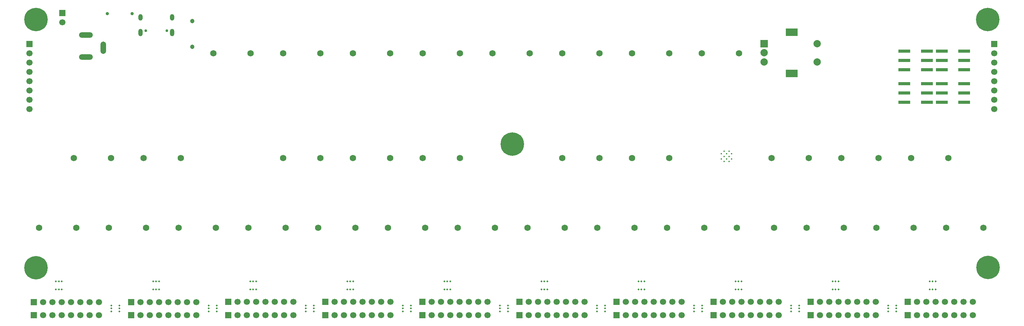
<source format=gbr>
%TF.GenerationSoftware,KiCad,Pcbnew,9.0.2*%
%TF.CreationDate,2025-12-20T16:45:11-05:00*%
%TF.ProjectId,Fracture,46726163-7475-4726-952e-6b696361645f,rev?*%
%TF.SameCoordinates,Original*%
%TF.FileFunction,Soldermask,Top*%
%TF.FilePolarity,Negative*%
%FSLAX46Y46*%
G04 Gerber Fmt 4.6, Leading zero omitted, Abs format (unit mm)*
G04 Created by KiCad (PCBNEW 9.0.2) date 2025-12-20 16:45:11*
%MOMM*%
%LPD*%
G01*
G04 APERTURE LIST*
%ADD10C,0.400000*%
%ADD11R,1.700000X1.700000*%
%ADD12C,1.700000*%
%ADD13C,0.500000*%
%ADD14R,2.000000X2.000000*%
%ADD15C,2.000000*%
%ADD16R,3.200000X2.000000*%
%ADD17C,1.200000*%
%ADD18C,0.800000*%
%ADD19C,6.400000*%
%ADD20O,3.800000X1.500000*%
%ADD21O,1.500000X3.400000*%
%ADD22C,0.750000*%
%ADD23O,1.200000X2.000000*%
%ADD24O,1.200000X1.800000*%
%ADD25C,1.750000*%
%ADD26C,0.900000*%
%ADD27R,3.300000X0.850000*%
G04 APERTURE END LIST*
D10*
%TO.C,U5*%
X208700000Y-65492500D03*
X208700000Y-66892500D03*
X208000000Y-64792500D03*
X208000000Y-66192500D03*
X208000000Y-67592500D03*
X207300000Y-65492500D03*
X207300000Y-66892500D03*
X206600000Y-64792500D03*
X206600000Y-66192500D03*
X206600000Y-67592500D03*
X205900000Y-65492500D03*
X205900000Y-66892500D03*
%TD*%
D11*
%TO.C,J5*%
X256725000Y-109540000D03*
D12*
X259265000Y-109540000D03*
X261805000Y-109540000D03*
X264345000Y-109540000D03*
X266885000Y-109540000D03*
X269425000Y-109540000D03*
X271965000Y-109540000D03*
X274505000Y-109540000D03*
%TD*%
D11*
%TO.C,J6*%
X256720000Y-105965000D03*
D12*
X259260000Y-105965000D03*
X261800000Y-105965000D03*
X264340000Y-105965000D03*
X266880000Y-105965000D03*
X269420000Y-105965000D03*
X271960000Y-105965000D03*
X274500000Y-105965000D03*
%TD*%
D13*
%TO.C,mouse-bite-2.54mm-slot*%
X262745000Y-100350000D03*
X262745000Y-102550000D03*
X263545000Y-100350000D03*
X263545000Y-102550000D03*
X264345000Y-100350000D03*
X264345000Y-102550000D03*
%TD*%
D11*
%TO.C,J5*%
X230225000Y-109540000D03*
D12*
X232765000Y-109540000D03*
X235305000Y-109540000D03*
X237845000Y-109540000D03*
X240385000Y-109540000D03*
X242925000Y-109540000D03*
X245465000Y-109540000D03*
X248005000Y-109540000D03*
%TD*%
D11*
%TO.C,J6*%
X230220000Y-105965000D03*
D12*
X232760000Y-105965000D03*
X235300000Y-105965000D03*
X237840000Y-105965000D03*
X240380000Y-105965000D03*
X242920000Y-105965000D03*
X245460000Y-105965000D03*
X248000000Y-105965000D03*
%TD*%
D13*
%TO.C,mouse-bite-2.54mm-slot*%
X236245000Y-100350000D03*
X236245000Y-102550000D03*
X237045000Y-100350000D03*
X237045000Y-102550000D03*
X237845000Y-100350000D03*
X237845000Y-102550000D03*
%TD*%
%TO.C,mouse-bite-2.54mm-slot*%
X251395000Y-108520000D03*
X253595000Y-108520000D03*
X251395000Y-107720000D03*
X253595000Y-107720000D03*
X251395000Y-106920000D03*
X253595000Y-106920000D03*
%TD*%
D11*
%TO.C,J5*%
X203725000Y-109540000D03*
D12*
X206265000Y-109540000D03*
X208805000Y-109540000D03*
X211345000Y-109540000D03*
X213885000Y-109540000D03*
X216425000Y-109540000D03*
X218965000Y-109540000D03*
X221505000Y-109540000D03*
%TD*%
D11*
%TO.C,J6*%
X203720000Y-105965000D03*
D12*
X206260000Y-105965000D03*
X208800000Y-105965000D03*
X211340000Y-105965000D03*
X213880000Y-105965000D03*
X216420000Y-105965000D03*
X218960000Y-105965000D03*
X221500000Y-105965000D03*
%TD*%
D13*
%TO.C,mouse-bite-2.54mm-slot*%
X209745000Y-100350000D03*
X209745000Y-102550000D03*
X210545000Y-100350000D03*
X210545000Y-102550000D03*
X211345000Y-100350000D03*
X211345000Y-102550000D03*
%TD*%
%TO.C,mouse-bite-2.54mm-slot*%
X224895000Y-108520000D03*
X227095000Y-108520000D03*
X224895000Y-107720000D03*
X227095000Y-107720000D03*
X224895000Y-106920000D03*
X227095000Y-106920000D03*
%TD*%
D11*
%TO.C,J5*%
X177225000Y-109540000D03*
D12*
X179765000Y-109540000D03*
X182305000Y-109540000D03*
X184845000Y-109540000D03*
X187385000Y-109540000D03*
X189925000Y-109540000D03*
X192465000Y-109540000D03*
X195005000Y-109540000D03*
%TD*%
D11*
%TO.C,J6*%
X177220000Y-105965000D03*
D12*
X179760000Y-105965000D03*
X182300000Y-105965000D03*
X184840000Y-105965000D03*
X187380000Y-105965000D03*
X189920000Y-105965000D03*
X192460000Y-105965000D03*
X195000000Y-105965000D03*
%TD*%
D13*
%TO.C,mouse-bite-2.54mm-slot*%
X183245000Y-100350000D03*
X183245000Y-102550000D03*
X184045000Y-100350000D03*
X184045000Y-102550000D03*
X184845000Y-100350000D03*
X184845000Y-102550000D03*
%TD*%
%TO.C,mouse-bite-2.54mm-slot*%
X198395000Y-108520000D03*
X200595000Y-108520000D03*
X198395000Y-107720000D03*
X200595000Y-107720000D03*
X198395000Y-106920000D03*
X200595000Y-106920000D03*
%TD*%
D11*
%TO.C,J5*%
X150725000Y-109540000D03*
D12*
X153265000Y-109540000D03*
X155805000Y-109540000D03*
X158345000Y-109540000D03*
X160885000Y-109540000D03*
X163425000Y-109540000D03*
X165965000Y-109540000D03*
X168505000Y-109540000D03*
%TD*%
D11*
%TO.C,J6*%
X150720000Y-105965000D03*
D12*
X153260000Y-105965000D03*
X155800000Y-105965000D03*
X158340000Y-105965000D03*
X160880000Y-105965000D03*
X163420000Y-105965000D03*
X165960000Y-105965000D03*
X168500000Y-105965000D03*
%TD*%
D13*
%TO.C,mouse-bite-2.54mm-slot*%
X156745000Y-100350000D03*
X156745000Y-102550000D03*
X157545000Y-100350000D03*
X157545000Y-102550000D03*
X158345000Y-100350000D03*
X158345000Y-102550000D03*
%TD*%
%TO.C,mouse-bite-2.54mm-slot*%
X171895000Y-108520000D03*
X174095000Y-108520000D03*
X171895000Y-107720000D03*
X174095000Y-107720000D03*
X171895000Y-106920000D03*
X174095000Y-106920000D03*
%TD*%
D11*
%TO.C,J5*%
X124225000Y-109540000D03*
D12*
X126765000Y-109540000D03*
X129305000Y-109540000D03*
X131845000Y-109540000D03*
X134385000Y-109540000D03*
X136925000Y-109540000D03*
X139465000Y-109540000D03*
X142005000Y-109540000D03*
%TD*%
D11*
%TO.C,J6*%
X124220000Y-105965000D03*
D12*
X126760000Y-105965000D03*
X129300000Y-105965000D03*
X131840000Y-105965000D03*
X134380000Y-105965000D03*
X136920000Y-105965000D03*
X139460000Y-105965000D03*
X142000000Y-105965000D03*
%TD*%
D13*
%TO.C,mouse-bite-2.54mm-slot*%
X130245000Y-100350000D03*
X130245000Y-102550000D03*
X131045000Y-100350000D03*
X131045000Y-102550000D03*
X131845000Y-100350000D03*
X131845000Y-102550000D03*
%TD*%
%TO.C,mouse-bite-2.54mm-slot*%
X145395000Y-108520000D03*
X147595000Y-108520000D03*
X145395000Y-107720000D03*
X147595000Y-107720000D03*
X145395000Y-106920000D03*
X147595000Y-106920000D03*
%TD*%
D11*
%TO.C,J5*%
X97725000Y-109540000D03*
D12*
X100265000Y-109540000D03*
X102805000Y-109540000D03*
X105345000Y-109540000D03*
X107885000Y-109540000D03*
X110425000Y-109540000D03*
X112965000Y-109540000D03*
X115505000Y-109540000D03*
%TD*%
D11*
%TO.C,J6*%
X97720000Y-105965000D03*
D12*
X100260000Y-105965000D03*
X102800000Y-105965000D03*
X105340000Y-105965000D03*
X107880000Y-105965000D03*
X110420000Y-105965000D03*
X112960000Y-105965000D03*
X115500000Y-105965000D03*
%TD*%
D13*
%TO.C,mouse-bite-2.54mm-slot*%
X103745000Y-100350000D03*
X103745000Y-102550000D03*
X104545000Y-100350000D03*
X104545000Y-102550000D03*
X105345000Y-100350000D03*
X105345000Y-102550000D03*
%TD*%
%TO.C,mouse-bite-2.54mm-slot*%
X118895000Y-108520000D03*
X121095000Y-108520000D03*
X118895000Y-107720000D03*
X121095000Y-107720000D03*
X118895000Y-106920000D03*
X121095000Y-106920000D03*
%TD*%
D11*
%TO.C,J5*%
X71225000Y-109540000D03*
D12*
X73765000Y-109540000D03*
X76305000Y-109540000D03*
X78845000Y-109540000D03*
X81385000Y-109540000D03*
X83925000Y-109540000D03*
X86465000Y-109540000D03*
X89005000Y-109540000D03*
%TD*%
D11*
%TO.C,J6*%
X71220000Y-105965000D03*
D12*
X73760000Y-105965000D03*
X76300000Y-105965000D03*
X78840000Y-105965000D03*
X81380000Y-105965000D03*
X83920000Y-105965000D03*
X86460000Y-105965000D03*
X89000000Y-105965000D03*
%TD*%
D13*
%TO.C,mouse-bite-2.54mm-slot*%
X77245000Y-100350000D03*
X77245000Y-102550000D03*
X78045000Y-100350000D03*
X78045000Y-102550000D03*
X78845000Y-100350000D03*
X78845000Y-102550000D03*
%TD*%
%TO.C,mouse-bite-2.54mm-slot*%
X92395000Y-108520000D03*
X94595000Y-108520000D03*
X92395000Y-107720000D03*
X94595000Y-107720000D03*
X92395000Y-106920000D03*
X94595000Y-106920000D03*
%TD*%
D11*
%TO.C,J6*%
X44725000Y-105995000D03*
D12*
X47265000Y-105995000D03*
X49805000Y-105995000D03*
X52345000Y-105995000D03*
X54885000Y-105995000D03*
X57425000Y-105995000D03*
X59965000Y-105995000D03*
X62505000Y-105995000D03*
%TD*%
D11*
%TO.C,J5*%
X44730000Y-109570000D03*
D12*
X47270000Y-109570000D03*
X49810000Y-109570000D03*
X52350000Y-109570000D03*
X54890000Y-109570000D03*
X57430000Y-109570000D03*
X59970000Y-109570000D03*
X62510000Y-109570000D03*
%TD*%
D13*
%TO.C,mouse-bite-2.54mm-slot*%
X50750000Y-100380000D03*
X50750000Y-102580000D03*
X51550000Y-100380000D03*
X51550000Y-102580000D03*
X52350000Y-100380000D03*
X52350000Y-102580000D03*
%TD*%
%TO.C,mouse-bite-2.54mm-slot*%
X65900000Y-108550000D03*
X68100000Y-108550000D03*
X65900000Y-107750000D03*
X68100000Y-107750000D03*
X65900000Y-106950000D03*
X68100000Y-106950000D03*
%TD*%
%TO.C,mouse-bite-2.54mm-slot*%
X39350000Y-108550000D03*
X41550000Y-108550000D03*
X39350000Y-107750000D03*
X41550000Y-107750000D03*
X39350000Y-106950000D03*
X41550000Y-106950000D03*
%TD*%
%TO.C,mouse-bite-2.54mm-slot*%
X24200000Y-100380000D03*
X24200000Y-102580000D03*
X25000000Y-100380000D03*
X25000000Y-102580000D03*
X25800000Y-100380000D03*
X25800000Y-102580000D03*
%TD*%
D11*
%TO.C,J6*%
X18175000Y-105995000D03*
D12*
X20715000Y-105995000D03*
X23255000Y-105995000D03*
X25795000Y-105995000D03*
X28335000Y-105995000D03*
X30875000Y-105995000D03*
X33415000Y-105995000D03*
X35955000Y-105995000D03*
%TD*%
D11*
%TO.C,J5*%
X18180000Y-109570000D03*
D12*
X20720000Y-109570000D03*
X23260000Y-109570000D03*
X25800000Y-109570000D03*
X28340000Y-109570000D03*
X30880000Y-109570000D03*
X33420000Y-109570000D03*
X35960000Y-109570000D03*
%TD*%
D14*
%TO.C,SW4*%
X217575000Y-35400000D03*
D15*
X217575000Y-40400000D03*
X217575000Y-37900000D03*
D16*
X225075000Y-32300000D03*
X225075000Y-43500000D03*
D15*
X232075000Y-40400000D03*
X232075000Y-35400000D03*
%TD*%
D17*
%TO.C,CN1*%
X61400000Y-36245000D03*
X61400000Y-29245000D03*
%TD*%
D18*
%TO.C,H1*%
X16400000Y-96600000D03*
X17102944Y-94902944D03*
X17102944Y-98297056D03*
X18800000Y-94200000D03*
D19*
X18800000Y-96600000D03*
D18*
X18800000Y-99000000D03*
X20497056Y-94902944D03*
X20497056Y-98297056D03*
X21200000Y-96600000D03*
%TD*%
%TO.C,H2*%
X276302944Y-96497056D03*
X277005888Y-94800000D03*
X277005888Y-98194112D03*
X278702944Y-94097056D03*
D19*
X278702944Y-96497056D03*
D18*
X278702944Y-98897056D03*
X280400000Y-94800000D03*
X280400000Y-98194112D03*
X281102944Y-96497056D03*
%TD*%
%TO.C,H3*%
X16400000Y-28800000D03*
X17102944Y-27102944D03*
X17102944Y-30497056D03*
X18800000Y-26400000D03*
D19*
X18800000Y-28800000D03*
D18*
X18800000Y-31200000D03*
X20497056Y-27102944D03*
X20497056Y-30497056D03*
X21200000Y-28800000D03*
%TD*%
%TO.C,H4*%
X276200000Y-28800000D03*
X276902944Y-27102944D03*
X276902944Y-30497056D03*
X278600000Y-26400000D03*
D19*
X278600000Y-28800000D03*
D18*
X278600000Y-31200000D03*
X280297056Y-27102944D03*
X280297056Y-30497056D03*
X281000000Y-28800000D03*
%TD*%
%TO.C,H5*%
X146400000Y-62800000D03*
X147102944Y-61102944D03*
X147102944Y-64497056D03*
X148800000Y-60400000D03*
D19*
X148800000Y-62800000D03*
D18*
X148800000Y-65200000D03*
X150497056Y-61102944D03*
X150497056Y-64497056D03*
X151200000Y-62800000D03*
%TD*%
D20*
%TO.C,J2*%
X32435000Y-39037500D03*
X32435000Y-33037500D03*
D21*
X37095000Y-36537500D03*
%TD*%
D22*
%TO.C,P1*%
X48700000Y-31862500D03*
X54500000Y-31862500D03*
D23*
X47270000Y-32362500D03*
X55930000Y-32362500D03*
D24*
X55930000Y-28182500D03*
X47270000Y-28182500D03*
%TD*%
D25*
%TO.C,S1*%
X67220000Y-38075000D03*
X77380000Y-38075000D03*
%TD*%
%TO.C,S2*%
X86270000Y-38075000D03*
X96430000Y-38075000D03*
%TD*%
%TO.C,S3*%
X105320000Y-38075000D03*
X115480000Y-38075000D03*
%TD*%
%TO.C,S4*%
X124370000Y-38075000D03*
X134530000Y-38075000D03*
%TD*%
%TO.C,S5*%
X143420000Y-38075000D03*
X153580000Y-38075000D03*
%TD*%
%TO.C,S6*%
X162470000Y-38075000D03*
X172630000Y-38075000D03*
%TD*%
%TO.C,S7*%
X181520000Y-38075000D03*
X191680000Y-38075000D03*
%TD*%
%TO.C,S8*%
X200570000Y-38075000D03*
X210730000Y-38075000D03*
%TD*%
%TO.C,S9*%
X29120000Y-66650000D03*
X39280000Y-66650000D03*
%TD*%
%TO.C,S10*%
X48170000Y-66650000D03*
X58330000Y-66650000D03*
%TD*%
%TO.C,S11*%
X86270000Y-66650000D03*
X96430000Y-66650000D03*
%TD*%
%TO.C,S12*%
X105320000Y-66650000D03*
X115480000Y-66650000D03*
%TD*%
%TO.C,S13*%
X124370000Y-66650000D03*
X134530000Y-66650000D03*
%TD*%
%TO.C,S14*%
X162470000Y-66650000D03*
X172630000Y-66650000D03*
%TD*%
%TO.C,S15*%
X181520000Y-66650000D03*
X191680000Y-66650000D03*
%TD*%
%TO.C,S16*%
X219620000Y-66650000D03*
X229780000Y-66650000D03*
%TD*%
%TO.C,S17*%
X238670000Y-66650000D03*
X248830000Y-66650000D03*
%TD*%
%TO.C,S18*%
X257720000Y-66650000D03*
X267880000Y-66650000D03*
%TD*%
%TO.C,S19*%
X19595000Y-85700000D03*
X29755000Y-85700000D03*
%TD*%
%TO.C,S20*%
X38645000Y-85700000D03*
X48805000Y-85700000D03*
%TD*%
%TO.C,S21*%
X57695000Y-85700000D03*
X67855000Y-85700000D03*
%TD*%
%TO.C,S22*%
X76745000Y-85700000D03*
X86905000Y-85700000D03*
%TD*%
%TO.C,S23*%
X95795000Y-85700000D03*
X105955000Y-85700000D03*
%TD*%
%TO.C,S24*%
X114845000Y-85700000D03*
X125005000Y-85700000D03*
%TD*%
%TO.C,S25*%
X133895000Y-85700000D03*
X144055000Y-85700000D03*
%TD*%
%TO.C,S26*%
X152945000Y-85700000D03*
X163105000Y-85700000D03*
%TD*%
%TO.C,S27*%
X171995000Y-85700000D03*
X182155000Y-85700000D03*
%TD*%
%TO.C,S28*%
X191045000Y-85700000D03*
X201205000Y-85700000D03*
%TD*%
%TO.C,S29*%
X210095000Y-85700000D03*
X220255000Y-85700000D03*
%TD*%
%TO.C,S30*%
X229145000Y-85700000D03*
X239305000Y-85700000D03*
%TD*%
%TO.C,S31*%
X248195000Y-85700000D03*
X258355000Y-85700000D03*
%TD*%
%TO.C,S32*%
X267245000Y-85700000D03*
X277405000Y-85700000D03*
%TD*%
D26*
%TO.C,SW1*%
X38200000Y-27187500D03*
X45000000Y-27187500D03*
%TD*%
D27*
%TO.C,CO3*%
X266060000Y-37460000D03*
X272200000Y-37460000D03*
X266060000Y-40000000D03*
X272200000Y-40000000D03*
X266060000Y-42540000D03*
X272200000Y-42540000D03*
%TD*%
D11*
%TO.C,J3*%
X17000000Y-35520000D03*
D12*
X17000000Y-38060000D03*
X17000000Y-40600000D03*
X17000000Y-43140000D03*
X17000000Y-45680000D03*
X17000000Y-48220000D03*
X17000000Y-50760000D03*
X17000000Y-53300000D03*
%TD*%
D27*
%TO.C,CO4*%
X266060000Y-46366782D03*
X272200000Y-46366782D03*
X266060000Y-48906782D03*
X272200000Y-48906782D03*
X266060000Y-51446782D03*
X272200000Y-51446782D03*
%TD*%
%TO.C,CO1*%
X255860000Y-37460000D03*
X262000000Y-37460000D03*
X255860000Y-40000000D03*
X262000000Y-40000000D03*
X255860000Y-42540000D03*
X262000000Y-42540000D03*
%TD*%
D11*
%TO.C,J4*%
X280400000Y-35520000D03*
D12*
X280400000Y-38060000D03*
X280400000Y-40600000D03*
X280400000Y-43140000D03*
X280400000Y-45680000D03*
X280400000Y-48220000D03*
X280400000Y-50760000D03*
X280400000Y-53300000D03*
%TD*%
D27*
%TO.C,CO2*%
X255860000Y-46366782D03*
X262000000Y-46366782D03*
X255860000Y-48906782D03*
X262000000Y-48906782D03*
X255860000Y-51446782D03*
X262000000Y-51446782D03*
%TD*%
D11*
%TO.C,J1*%
X26000000Y-27060000D03*
D12*
X26000000Y-29600000D03*
%TD*%
M02*

</source>
